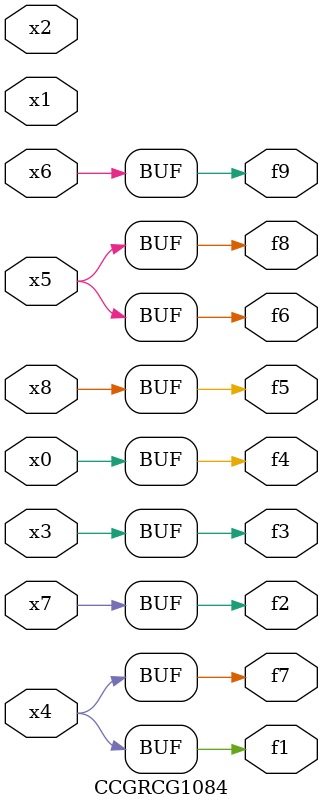
<source format=v>
module CCGRCG1084(
	input x0, x1, x2, x3, x4, x5, x6, x7, x8,
	output f1, f2, f3, f4, f5, f6, f7, f8, f9
);
	assign f1 = x4;
	assign f2 = x7;
	assign f3 = x3;
	assign f4 = x0;
	assign f5 = x8;
	assign f6 = x5;
	assign f7 = x4;
	assign f8 = x5;
	assign f9 = x6;
endmodule

</source>
